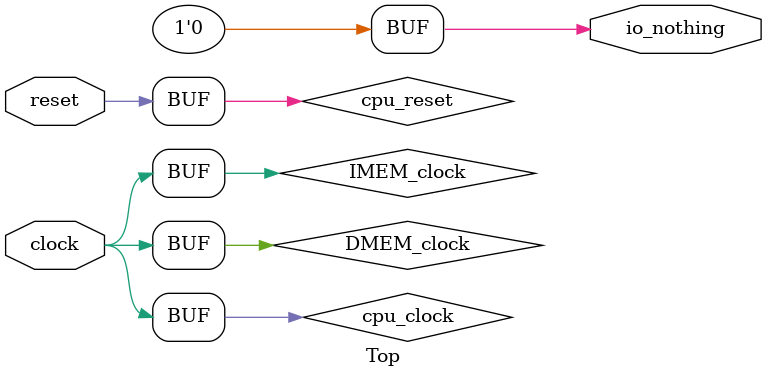
<source format=v>
module Decode(
  input  [31:0] io_instr,
  output        io_branch,
  output [1:0]  io_jump,
  output        io_memRead,
  output        io_memWrite,
  output        io_regWrite,
  output        io_toReg,
  output [1:0]  io_resultSel,
  output        io_aluSrc,
  output        io_pcAdd,
  output [6:0]  io_types,
  output [1:0]  io_aluCtrlOp,
  output [31:0] io_imm
);
  wire [31:0] _signals_T = io_instr & 32'h7f; // @[Lookup.scala 31:38]
  wire  _signals_T_1 = 32'h37 == _signals_T; // @[Lookup.scala 31:38]
  wire  _signals_T_3 = 32'h17 == _signals_T; // @[Lookup.scala 31:38]
  wire  _signals_T_5 = 32'h6f == _signals_T; // @[Lookup.scala 31:38]
  wire  _signals_T_7 = 32'h67 == _signals_T; // @[Lookup.scala 31:38]
  wire  _signals_T_9 = 32'h63 == _signals_T; // @[Lookup.scala 31:38]
  wire  _signals_T_11 = 32'h3 == _signals_T; // @[Lookup.scala 31:38]
  wire  _signals_T_13 = 32'h23 == _signals_T; // @[Lookup.scala 31:38]
  wire  _signals_T_15 = 32'h13 == _signals_T; // @[Lookup.scala 31:38]
  wire  _signals_T_17 = 32'h33 == _signals_T; // @[Lookup.scala 31:38]
  wire  _signals_T_23 = _signals_T_7 ? 1'h0 : _signals_T_9; // @[Lookup.scala 33:37]
  wire  _signals_T_24 = _signals_T_5 ? 1'h0 : _signals_T_23; // @[Lookup.scala 33:37]
  wire  _signals_T_25 = _signals_T_3 ? 1'h0 : _signals_T_24; // @[Lookup.scala 33:37]
  wire [1:0] _signals_T_31 = _signals_T_7 ? 2'h2 : 2'h0; // @[Lookup.scala 33:37]
  wire [1:0] _signals_T_32 = _signals_T_5 ? 2'h1 : _signals_T_31; // @[Lookup.scala 33:37]
  wire [1:0] _signals_T_33 = _signals_T_3 ? 2'h0 : _signals_T_32; // @[Lookup.scala 33:37]
  wire  _signals_T_38 = _signals_T_9 ? 1'h0 : _signals_T_11; // @[Lookup.scala 33:37]
  wire  _signals_T_39 = _signals_T_7 ? 1'h0 : _signals_T_38; // @[Lookup.scala 33:37]
  wire  _signals_T_40 = _signals_T_5 ? 1'h0 : _signals_T_39; // @[Lookup.scala 33:37]
  wire  _signals_T_41 = _signals_T_3 ? 1'h0 : _signals_T_40; // @[Lookup.scala 33:37]
  wire  _signals_T_45 = _signals_T_11 ? 1'h0 : _signals_T_13; // @[Lookup.scala 33:37]
  wire  _signals_T_46 = _signals_T_9 ? 1'h0 : _signals_T_45; // @[Lookup.scala 33:37]
  wire  _signals_T_47 = _signals_T_7 ? 1'h0 : _signals_T_46; // @[Lookup.scala 33:37]
  wire  _signals_T_48 = _signals_T_5 ? 1'h0 : _signals_T_47; // @[Lookup.scala 33:37]
  wire  _signals_T_49 = _signals_T_3 ? 1'h0 : _signals_T_48; // @[Lookup.scala 33:37]
  wire  _signals_T_52 = _signals_T_13 ? 1'h0 : _signals_T_15 | _signals_T_17; // @[Lookup.scala 33:37]
  wire  _signals_T_54 = _signals_T_9 ? 1'h0 : _signals_T_11 | _signals_T_52; // @[Lookup.scala 33:37]
  wire [1:0] _signals_T_72 = _signals_T_5 ? 2'h2 : _signals_T_31; // @[Lookup.scala 33:37]
  wire [1:0] _signals_T_73 = _signals_T_3 ? 2'h0 : _signals_T_72; // @[Lookup.scala 33:37]
  wire  _signals_T_78 = _signals_T_9 ? 1'h0 : _signals_T_11 | (_signals_T_13 | _signals_T_15); // @[Lookup.scala 33:37]
  wire  _signals_T_80 = _signals_T_5 ? 1'h0 : _signals_T_7 | _signals_T_78; // @[Lookup.scala 33:37]
  wire [6:0] _signals_T_90 = _signals_T_17 ? 7'h40 : 7'h0; // @[Lookup.scala 33:37]
  wire [6:0] _signals_T_91 = _signals_T_15 ? 7'h20 : _signals_T_90; // @[Lookup.scala 33:37]
  wire [6:0] _signals_T_92 = _signals_T_13 ? 7'h20 : _signals_T_91; // @[Lookup.scala 33:37]
  wire [6:0] _signals_T_93 = _signals_T_11 ? 7'h20 : _signals_T_92; // @[Lookup.scala 33:37]
  wire [6:0] _signals_T_94 = _signals_T_9 ? 7'h8 : _signals_T_93; // @[Lookup.scala 33:37]
  wire [6:0] _signals_T_95 = _signals_T_7 ? 7'h20 : _signals_T_94; // @[Lookup.scala 33:37]
  wire [6:0] _signals_T_96 = _signals_T_5 ? 7'h2 : _signals_T_95; // @[Lookup.scala 33:37]
  wire [6:0] _signals_T_97 = _signals_T_3 ? 7'h4 : _signals_T_96; // @[Lookup.scala 33:37]
  wire [1:0] _signals_T_98 = _signals_T_17 ? 2'h2 : 2'h0; // @[Lookup.scala 33:37]
  wire [1:0] _signals_T_99 = _signals_T_15 ? 2'h2 : _signals_T_98; // @[Lookup.scala 33:37]
  wire [1:0] _signals_T_100 = _signals_T_13 ? 2'h0 : _signals_T_99; // @[Lookup.scala 33:37]
  wire [1:0] _signals_T_101 = _signals_T_11 ? 2'h0 : _signals_T_100; // @[Lookup.scala 33:37]
  wire [1:0] _signals_T_102 = _signals_T_9 ? 2'h1 : _signals_T_101; // @[Lookup.scala 33:37]
  wire [1:0] _signals_T_103 = _signals_T_7 ? 2'h0 : _signals_T_102; // @[Lookup.scala 33:37]
  wire [1:0] _signals_T_104 = _signals_T_5 ? 2'h0 : _signals_T_103; // @[Lookup.scala 33:37]
  wire [1:0] _signals_T_105 = _signals_T_3 ? 2'h0 : _signals_T_104; // @[Lookup.scala 33:37]
  wire [11:0] _io_imm_T_4 = io_instr[31:20]; // @[Decode.scala 71:58]
  wire [19:0] io_imm_hi_hi = io_instr[31] ? 20'hfffff : 20'h0; // @[Bitwise.scala 72:12]
  wire [6:0] io_imm_hi_lo = io_instr[31:25]; // @[Decode.scala 72:70]
  wire [4:0] io_imm_lo = io_instr[11:7]; // @[Decode.scala 72:88]
  wire [31:0] _io_imm_T_8 = {io_imm_hi_hi,io_imm_hi_lo,io_imm_lo}; // @[Cat.scala 30:58]
  wire [18:0] io_imm_hi_hi_hi = io_instr[31] ? 19'h7ffff : 19'h0; // @[Bitwise.scala 72:12]
  wire  io_imm_hi_lo_1 = io_instr[7]; // @[Decode.scala 73:84]
  wire [5:0] io_imm_lo_hi = io_instr[30:25]; // @[Decode.scala 73:97]
  wire [3:0] io_imm_lo_lo = io_instr[11:8]; // @[Decode.scala 73:115]
  wire [30:0] _io_imm_T_12 = {io_imm_hi_hi_hi,io_instr[31],io_imm_hi_lo_1,io_imm_lo_hi,io_imm_lo_lo}; // @[Cat.scala 30:58]
  wire [19:0] io_imm_hi_2 = io_instr[31:12]; // @[Decode.scala 74:46]
  wire [31:0] _io_imm_T_14 = {io_imm_hi_2,12'h0}; // @[Cat.scala 30:58]
  wire [10:0] io_imm_hi_hi_hi_1 = io_instr[31] ? 11'h7ff : 11'h0; // @[Bitwise.scala 72:12]
  wire [7:0] io_imm_hi_lo_2 = io_instr[19:12]; // @[Decode.scala 75:84]
  wire  io_imm_lo_hi_1 = io_instr[20]; // @[Decode.scala 75:102]
  wire [9:0] io_imm_lo_lo_1 = io_instr[30:21]; // @[Decode.scala 75:116]
  wire [30:0] _io_imm_T_18 = {io_imm_hi_hi_hi_1,io_instr[31],io_imm_hi_lo_2,io_imm_lo_hi_1,io_imm_lo_lo_1}; // @[Cat.scala 30:58]
  wire [5:0] _io_imm_T_22 = {1'b0,$signed(io_instr[19:15])}; // @[Decode.scala 76:56]
  wire [5:0] _io_imm_T_23 = io_types[6] ? 6'h20 : 6'h0; // @[Mux.scala 27:72]
  wire [11:0] _io_imm_T_24 = io_types[5] ? _io_imm_T_4 : 12'h0; // @[Mux.scala 27:72]
  wire [31:0] _io_imm_T_25 = io_types[4] ? _io_imm_T_8 : 32'h0; // @[Mux.scala 27:72]
  wire [30:0] _io_imm_T_26 = io_types[3] ? _io_imm_T_12 : 31'h0; // @[Mux.scala 27:72]
  wire [31:0] _io_imm_T_27 = io_types[2] ? _io_imm_T_14 : 32'h0; // @[Mux.scala 27:72]
  wire [30:0] _io_imm_T_28 = io_types[1] ? _io_imm_T_18 : 31'h0; // @[Mux.scala 27:72]
  wire [5:0] _io_imm_T_29 = io_types[0] ? _io_imm_T_22 : 6'h0; // @[Mux.scala 27:72]
  wire [11:0] _GEN_0 = {{6'd0}, _io_imm_T_23}; // @[Mux.scala 27:72]
  wire [11:0] _io_imm_T_30 = _GEN_0 | _io_imm_T_24; // @[Mux.scala 27:72]
  wire [31:0] _GEN_1 = {{20'd0}, _io_imm_T_30}; // @[Mux.scala 27:72]
  wire [31:0] _io_imm_T_31 = _GEN_1 | _io_imm_T_25; // @[Mux.scala 27:72]
  wire [31:0] _GEN_2 = {{1'd0}, _io_imm_T_26}; // @[Mux.scala 27:72]
  wire [31:0] _io_imm_T_32 = _io_imm_T_31 | _GEN_2; // @[Mux.scala 27:72]
  wire [31:0] _io_imm_T_33 = _io_imm_T_32 | _io_imm_T_27; // @[Mux.scala 27:72]
  wire [31:0] _GEN_3 = {{1'd0}, _io_imm_T_28}; // @[Mux.scala 27:72]
  wire [31:0] _io_imm_T_34 = _io_imm_T_33 | _GEN_3; // @[Mux.scala 27:72]
  wire [31:0] _GEN_4 = {{26'd0}, _io_imm_T_29}; // @[Mux.scala 27:72]
  assign io_branch = _signals_T_1 ? 1'h0 : _signals_T_25; // @[Lookup.scala 33:37]
  assign io_jump = _signals_T_1 ? 2'h0 : _signals_T_33; // @[Lookup.scala 33:37]
  assign io_memRead = _signals_T_1 ? 1'h0 : _signals_T_41; // @[Lookup.scala 33:37]
  assign io_memWrite = _signals_T_1 ? 1'h0 : _signals_T_49; // @[Lookup.scala 33:37]
  assign io_regWrite = _signals_T_1 | (_signals_T_3 | (_signals_T_5 | (_signals_T_7 | _signals_T_54))); // @[Lookup.scala 33:37]
  assign io_toReg = _signals_T_1 ? 1'h0 : _signals_T_41; // @[Lookup.scala 33:37]
  assign io_resultSel = _signals_T_1 ? 2'h1 : _signals_T_73; // @[Lookup.scala 33:37]
  assign io_aluSrc = _signals_T_1 ? 1'h0 : _signals_T_3 | _signals_T_80; // @[Lookup.scala 33:37]
  assign io_pcAdd = _signals_T_1 ? 1'h0 : _signals_T_3; // @[Lookup.scala 33:37]
  assign io_types = _signals_T_1 ? 7'h4 : _signals_T_97; // @[Lookup.scala 33:37]
  assign io_aluCtrlOp = _signals_T_1 ? 2'h0 : _signals_T_105; // @[Lookup.scala 33:37]
  assign io_imm = _io_imm_T_34 | _GEN_4; // @[Mux.scala 27:72]
endmodule
module RegFile(
  input         clock,
  input         reset,
  input  [4:0]  io_regRAddr1,
  input  [4:0]  io_regRAddr2,
  input  [4:0]  io_regWAddr,
  input  [31:0] io_regWData,
  input         io_wen,
  output [31:0] io_regRData1,
  output [31:0] io_regRData2
);
`ifdef RANDOMIZE_REG_INIT
  reg [31:0] _RAND_0;
  reg [31:0] _RAND_1;
  reg [31:0] _RAND_2;
  reg [31:0] _RAND_3;
  reg [31:0] _RAND_4;
  reg [31:0] _RAND_5;
  reg [31:0] _RAND_6;
  reg [31:0] _RAND_7;
  reg [31:0] _RAND_8;
  reg [31:0] _RAND_9;
  reg [31:0] _RAND_10;
  reg [31:0] _RAND_11;
  reg [31:0] _RAND_12;
  reg [31:0] _RAND_13;
  reg [31:0] _RAND_14;
  reg [31:0] _RAND_15;
  reg [31:0] _RAND_16;
  reg [31:0] _RAND_17;
  reg [31:0] _RAND_18;
  reg [31:0] _RAND_19;
  reg [31:0] _RAND_20;
  reg [31:0] _RAND_21;
  reg [31:0] _RAND_22;
  reg [31:0] _RAND_23;
  reg [31:0] _RAND_24;
  reg [31:0] _RAND_25;
  reg [31:0] _RAND_26;
  reg [31:0] _RAND_27;
  reg [31:0] _RAND_28;
  reg [31:0] _RAND_29;
  reg [31:0] _RAND_30;
`endif // RANDOMIZE_REG_INIT
  reg [31:0] regs_0; // @[RegFile.scala 19:23]
  reg [31:0] regs_1; // @[RegFile.scala 19:23]
  reg [31:0] regs_2; // @[RegFile.scala 19:23]
  reg [31:0] regs_3; // @[RegFile.scala 19:23]
  reg [31:0] regs_4; // @[RegFile.scala 19:23]
  reg [31:0] regs_5; // @[RegFile.scala 19:23]
  reg [31:0] regs_6; // @[RegFile.scala 19:23]
  reg [31:0] regs_7; // @[RegFile.scala 19:23]
  reg [31:0] regs_8; // @[RegFile.scala 19:23]
  reg [31:0] regs_9; // @[RegFile.scala 19:23]
  reg [31:0] regs_10; // @[RegFile.scala 19:23]
  reg [31:0] regs_11; // @[RegFile.scala 19:23]
  reg [31:0] regs_12; // @[RegFile.scala 19:23]
  reg [31:0] regs_13; // @[RegFile.scala 19:23]
  reg [31:0] regs_14; // @[RegFile.scala 19:23]
  reg [31:0] regs_15; // @[RegFile.scala 19:23]
  reg [31:0] regs_16; // @[RegFile.scala 19:23]
  reg [31:0] regs_17; // @[RegFile.scala 19:23]
  reg [31:0] regs_18; // @[RegFile.scala 19:23]
  reg [31:0] regs_19; // @[RegFile.scala 19:23]
  reg [31:0] regs_20; // @[RegFile.scala 19:23]
  reg [31:0] regs_21; // @[RegFile.scala 19:23]
  reg [31:0] regs_22; // @[RegFile.scala 19:23]
  reg [31:0] regs_23; // @[RegFile.scala 19:23]
  reg [31:0] regs_24; // @[RegFile.scala 19:23]
  reg [31:0] regs_25; // @[RegFile.scala 19:23]
  reg [31:0] regs_26; // @[RegFile.scala 19:23]
  reg [31:0] regs_27; // @[RegFile.scala 19:23]
  reg [31:0] regs_28; // @[RegFile.scala 19:23]
  reg [31:0] regs_29; // @[RegFile.scala 19:23]
  reg [31:0] regs_30; // @[RegFile.scala 19:23]
  wire [31:0] _GEN_1 = 5'h1 == io_regRAddr1 ? regs_1 : regs_0; // @[RegFile.scala 21:24 RegFile.scala 21:24]
  wire [31:0] _GEN_2 = 5'h2 == io_regRAddr1 ? regs_2 : _GEN_1; // @[RegFile.scala 21:24 RegFile.scala 21:24]
  wire [31:0] _GEN_3 = 5'h3 == io_regRAddr1 ? regs_3 : _GEN_2; // @[RegFile.scala 21:24 RegFile.scala 21:24]
  wire [31:0] _GEN_4 = 5'h4 == io_regRAddr1 ? regs_4 : _GEN_3; // @[RegFile.scala 21:24 RegFile.scala 21:24]
  wire [31:0] _GEN_5 = 5'h5 == io_regRAddr1 ? regs_5 : _GEN_4; // @[RegFile.scala 21:24 RegFile.scala 21:24]
  wire [31:0] _GEN_6 = 5'h6 == io_regRAddr1 ? regs_6 : _GEN_5; // @[RegFile.scala 21:24 RegFile.scala 21:24]
  wire [31:0] _GEN_7 = 5'h7 == io_regRAddr1 ? regs_7 : _GEN_6; // @[RegFile.scala 21:24 RegFile.scala 21:24]
  wire [31:0] _GEN_8 = 5'h8 == io_regRAddr1 ? regs_8 : _GEN_7; // @[RegFile.scala 21:24 RegFile.scala 21:24]
  wire [31:0] _GEN_9 = 5'h9 == io_regRAddr1 ? regs_9 : _GEN_8; // @[RegFile.scala 21:24 RegFile.scala 21:24]
  wire [31:0] _GEN_10 = 5'ha == io_regRAddr1 ? regs_10 : _GEN_9; // @[RegFile.scala 21:24 RegFile.scala 21:24]
  wire [31:0] _GEN_11 = 5'hb == io_regRAddr1 ? regs_11 : _GEN_10; // @[RegFile.scala 21:24 RegFile.scala 21:24]
  wire [31:0] _GEN_12 = 5'hc == io_regRAddr1 ? regs_12 : _GEN_11; // @[RegFile.scala 21:24 RegFile.scala 21:24]
  wire [31:0] _GEN_13 = 5'hd == io_regRAddr1 ? regs_13 : _GEN_12; // @[RegFile.scala 21:24 RegFile.scala 21:24]
  wire [31:0] _GEN_14 = 5'he == io_regRAddr1 ? regs_14 : _GEN_13; // @[RegFile.scala 21:24 RegFile.scala 21:24]
  wire [31:0] _GEN_15 = 5'hf == io_regRAddr1 ? regs_15 : _GEN_14; // @[RegFile.scala 21:24 RegFile.scala 21:24]
  wire [31:0] _GEN_16 = 5'h10 == io_regRAddr1 ? regs_16 : _GEN_15; // @[RegFile.scala 21:24 RegFile.scala 21:24]
  wire [31:0] _GEN_17 = 5'h11 == io_regRAddr1 ? regs_17 : _GEN_16; // @[RegFile.scala 21:24 RegFile.scala 21:24]
  wire [31:0] _GEN_18 = 5'h12 == io_regRAddr1 ? regs_18 : _GEN_17; // @[RegFile.scala 21:24 RegFile.scala 21:24]
  wire [31:0] _GEN_19 = 5'h13 == io_regRAddr1 ? regs_19 : _GEN_18; // @[RegFile.scala 21:24 RegFile.scala 21:24]
  wire [31:0] _GEN_20 = 5'h14 == io_regRAddr1 ? regs_20 : _GEN_19; // @[RegFile.scala 21:24 RegFile.scala 21:24]
  wire [31:0] _GEN_21 = 5'h15 == io_regRAddr1 ? regs_21 : _GEN_20; // @[RegFile.scala 21:24 RegFile.scala 21:24]
  wire [31:0] _GEN_22 = 5'h16 == io_regRAddr1 ? regs_22 : _GEN_21; // @[RegFile.scala 21:24 RegFile.scala 21:24]
  wire [31:0] _GEN_23 = 5'h17 == io_regRAddr1 ? regs_23 : _GEN_22; // @[RegFile.scala 21:24 RegFile.scala 21:24]
  wire [31:0] _GEN_24 = 5'h18 == io_regRAddr1 ? regs_24 : _GEN_23; // @[RegFile.scala 21:24 RegFile.scala 21:24]
  wire [31:0] _GEN_25 = 5'h19 == io_regRAddr1 ? regs_25 : _GEN_24; // @[RegFile.scala 21:24 RegFile.scala 21:24]
  wire [31:0] _GEN_26 = 5'h1a == io_regRAddr1 ? regs_26 : _GEN_25; // @[RegFile.scala 21:24 RegFile.scala 21:24]
  wire [31:0] _GEN_27 = 5'h1b == io_regRAddr1 ? regs_27 : _GEN_26; // @[RegFile.scala 21:24 RegFile.scala 21:24]
  wire [31:0] _GEN_28 = 5'h1c == io_regRAddr1 ? regs_28 : _GEN_27; // @[RegFile.scala 21:24 RegFile.scala 21:24]
  wire [31:0] _GEN_29 = 5'h1d == io_regRAddr1 ? regs_29 : _GEN_28; // @[RegFile.scala 21:24 RegFile.scala 21:24]
  wire [31:0] _GEN_30 = 5'h1e == io_regRAddr1 ? regs_30 : _GEN_29; // @[RegFile.scala 21:24 RegFile.scala 21:24]
  wire [31:0] _GEN_32 = 5'h1 == io_regRAddr2 ? regs_1 : regs_0; // @[RegFile.scala 22:24 RegFile.scala 22:24]
  wire [31:0] _GEN_33 = 5'h2 == io_regRAddr2 ? regs_2 : _GEN_32; // @[RegFile.scala 22:24 RegFile.scala 22:24]
  wire [31:0] _GEN_34 = 5'h3 == io_regRAddr2 ? regs_3 : _GEN_33; // @[RegFile.scala 22:24 RegFile.scala 22:24]
  wire [31:0] _GEN_35 = 5'h4 == io_regRAddr2 ? regs_4 : _GEN_34; // @[RegFile.scala 22:24 RegFile.scala 22:24]
  wire [31:0] _GEN_36 = 5'h5 == io_regRAddr2 ? regs_5 : _GEN_35; // @[RegFile.scala 22:24 RegFile.scala 22:24]
  wire [31:0] _GEN_37 = 5'h6 == io_regRAddr2 ? regs_6 : _GEN_36; // @[RegFile.scala 22:24 RegFile.scala 22:24]
  wire [31:0] _GEN_38 = 5'h7 == io_regRAddr2 ? regs_7 : _GEN_37; // @[RegFile.scala 22:24 RegFile.scala 22:24]
  wire [31:0] _GEN_39 = 5'h8 == io_regRAddr2 ? regs_8 : _GEN_38; // @[RegFile.scala 22:24 RegFile.scala 22:24]
  wire [31:0] _GEN_40 = 5'h9 == io_regRAddr2 ? regs_9 : _GEN_39; // @[RegFile.scala 22:24 RegFile.scala 22:24]
  wire [31:0] _GEN_41 = 5'ha == io_regRAddr2 ? regs_10 : _GEN_40; // @[RegFile.scala 22:24 RegFile.scala 22:24]
  wire [31:0] _GEN_42 = 5'hb == io_regRAddr2 ? regs_11 : _GEN_41; // @[RegFile.scala 22:24 RegFile.scala 22:24]
  wire [31:0] _GEN_43 = 5'hc == io_regRAddr2 ? regs_12 : _GEN_42; // @[RegFile.scala 22:24 RegFile.scala 22:24]
  wire [31:0] _GEN_44 = 5'hd == io_regRAddr2 ? regs_13 : _GEN_43; // @[RegFile.scala 22:24 RegFile.scala 22:24]
  wire [31:0] _GEN_45 = 5'he == io_regRAddr2 ? regs_14 : _GEN_44; // @[RegFile.scala 22:24 RegFile.scala 22:24]
  wire [31:0] _GEN_46 = 5'hf == io_regRAddr2 ? regs_15 : _GEN_45; // @[RegFile.scala 22:24 RegFile.scala 22:24]
  wire [31:0] _GEN_47 = 5'h10 == io_regRAddr2 ? regs_16 : _GEN_46; // @[RegFile.scala 22:24 RegFile.scala 22:24]
  wire [31:0] _GEN_48 = 5'h11 == io_regRAddr2 ? regs_17 : _GEN_47; // @[RegFile.scala 22:24 RegFile.scala 22:24]
  wire [31:0] _GEN_49 = 5'h12 == io_regRAddr2 ? regs_18 : _GEN_48; // @[RegFile.scala 22:24 RegFile.scala 22:24]
  wire [31:0] _GEN_50 = 5'h13 == io_regRAddr2 ? regs_19 : _GEN_49; // @[RegFile.scala 22:24 RegFile.scala 22:24]
  wire [31:0] _GEN_51 = 5'h14 == io_regRAddr2 ? regs_20 : _GEN_50; // @[RegFile.scala 22:24 RegFile.scala 22:24]
  wire [31:0] _GEN_52 = 5'h15 == io_regRAddr2 ? regs_21 : _GEN_51; // @[RegFile.scala 22:24 RegFile.scala 22:24]
  wire [31:0] _GEN_53 = 5'h16 == io_regRAddr2 ? regs_22 : _GEN_52; // @[RegFile.scala 22:24 RegFile.scala 22:24]
  wire [31:0] _GEN_54 = 5'h17 == io_regRAddr2 ? regs_23 : _GEN_53; // @[RegFile.scala 22:24 RegFile.scala 22:24]
  wire [31:0] _GEN_55 = 5'h18 == io_regRAddr2 ? regs_24 : _GEN_54; // @[RegFile.scala 22:24 RegFile.scala 22:24]
  wire [31:0] _GEN_56 = 5'h19 == io_regRAddr2 ? regs_25 : _GEN_55; // @[RegFile.scala 22:24 RegFile.scala 22:24]
  wire [31:0] _GEN_57 = 5'h1a == io_regRAddr2 ? regs_26 : _GEN_56; // @[RegFile.scala 22:24 RegFile.scala 22:24]
  wire [31:0] _GEN_58 = 5'h1b == io_regRAddr2 ? regs_27 : _GEN_57; // @[RegFile.scala 22:24 RegFile.scala 22:24]
  wire [31:0] _GEN_59 = 5'h1c == io_regRAddr2 ? regs_28 : _GEN_58; // @[RegFile.scala 22:24 RegFile.scala 22:24]
  wire [31:0] _GEN_60 = 5'h1d == io_regRAddr2 ? regs_29 : _GEN_59; // @[RegFile.scala 22:24 RegFile.scala 22:24]
  wire [31:0] _GEN_61 = 5'h1e == io_regRAddr2 ? regs_30 : _GEN_60; // @[RegFile.scala 22:24 RegFile.scala 22:24]
  assign io_regRData1 = |io_regRAddr1 ? _GEN_30 : 32'h0; // @[RegFile.scala 21:24]
  assign io_regRData2 = |io_regRAddr2 ? _GEN_61 : 32'h0; // @[RegFile.scala 22:24]
  always @(posedge clock) begin
    if (reset) begin // @[RegFile.scala 19:23]
      regs_0 <= 32'h0; // @[RegFile.scala 19:23]
    end else if (io_wen) begin // @[RegFile.scala 23:17]
      if (|io_regWAddr) begin // @[RegFile.scala 24:30]
        if (5'h0 == io_regWAddr) begin // @[RegFile.scala 25:31]
          regs_0 <= io_regWData; // @[RegFile.scala 25:31]
        end
      end
    end
    if (reset) begin // @[RegFile.scala 19:23]
      regs_1 <= 32'h0; // @[RegFile.scala 19:23]
    end else if (io_wen) begin // @[RegFile.scala 23:17]
      if (|io_regWAddr) begin // @[RegFile.scala 24:30]
        if (5'h1 == io_regWAddr) begin // @[RegFile.scala 25:31]
          regs_1 <= io_regWData; // @[RegFile.scala 25:31]
        end
      end
    end
    if (reset) begin // @[RegFile.scala 19:23]
      regs_2 <= 32'h0; // @[RegFile.scala 19:23]
    end else if (io_wen) begin // @[RegFile.scala 23:17]
      if (|io_regWAddr) begin // @[RegFile.scala 24:30]
        if (5'h2 == io_regWAddr) begin // @[RegFile.scala 25:31]
          regs_2 <= io_regWData; // @[RegFile.scala 25:31]
        end
      end
    end
    if (reset) begin // @[RegFile.scala 19:23]
      regs_3 <= 32'h0; // @[RegFile.scala 19:23]
    end else if (io_wen) begin // @[RegFile.scala 23:17]
      if (|io_regWAddr) begin // @[RegFile.scala 24:30]
        if (5'h3 == io_regWAddr) begin // @[RegFile.scala 25:31]
          regs_3 <= io_regWData; // @[RegFile.scala 25:31]
        end
      end
    end
    if (reset) begin // @[RegFile.scala 19:23]
      regs_4 <= 32'h0; // @[RegFile.scala 19:23]
    end else if (io_wen) begin // @[RegFile.scala 23:17]
      if (|io_regWAddr) begin // @[RegFile.scala 24:30]
        if (5'h4 == io_regWAddr) begin // @[RegFile.scala 25:31]
          regs_4 <= io_regWData; // @[RegFile.scala 25:31]
        end
      end
    end
    if (reset) begin // @[RegFile.scala 19:23]
      regs_5 <= 32'h0; // @[RegFile.scala 19:23]
    end else if (io_wen) begin // @[RegFile.scala 23:17]
      if (|io_regWAddr) begin // @[RegFile.scala 24:30]
        if (5'h5 == io_regWAddr) begin // @[RegFile.scala 25:31]
          regs_5 <= io_regWData; // @[RegFile.scala 25:31]
        end
      end
    end
    if (reset) begin // @[RegFile.scala 19:23]
      regs_6 <= 32'h0; // @[RegFile.scala 19:23]
    end else if (io_wen) begin // @[RegFile.scala 23:17]
      if (|io_regWAddr) begin // @[RegFile.scala 24:30]
        if (5'h6 == io_regWAddr) begin // @[RegFile.scala 25:31]
          regs_6 <= io_regWData; // @[RegFile.scala 25:31]
        end
      end
    end
    if (reset) begin // @[RegFile.scala 19:23]
      regs_7 <= 32'h0; // @[RegFile.scala 19:23]
    end else if (io_wen) begin // @[RegFile.scala 23:17]
      if (|io_regWAddr) begin // @[RegFile.scala 24:30]
        if (5'h7 == io_regWAddr) begin // @[RegFile.scala 25:31]
          regs_7 <= io_regWData; // @[RegFile.scala 25:31]
        end
      end
    end
    if (reset) begin // @[RegFile.scala 19:23]
      regs_8 <= 32'h0; // @[RegFile.scala 19:23]
    end else if (io_wen) begin // @[RegFile.scala 23:17]
      if (|io_regWAddr) begin // @[RegFile.scala 24:30]
        if (5'h8 == io_regWAddr) begin // @[RegFile.scala 25:31]
          regs_8 <= io_regWData; // @[RegFile.scala 25:31]
        end
      end
    end
    if (reset) begin // @[RegFile.scala 19:23]
      regs_9 <= 32'h0; // @[RegFile.scala 19:23]
    end else if (io_wen) begin // @[RegFile.scala 23:17]
      if (|io_regWAddr) begin // @[RegFile.scala 24:30]
        if (5'h9 == io_regWAddr) begin // @[RegFile.scala 25:31]
          regs_9 <= io_regWData; // @[RegFile.scala 25:31]
        end
      end
    end
    if (reset) begin // @[RegFile.scala 19:23]
      regs_10 <= 32'h0; // @[RegFile.scala 19:23]
    end else if (io_wen) begin // @[RegFile.scala 23:17]
      if (|io_regWAddr) begin // @[RegFile.scala 24:30]
        if (5'ha == io_regWAddr) begin // @[RegFile.scala 25:31]
          regs_10 <= io_regWData; // @[RegFile.scala 25:31]
        end
      end
    end
    if (reset) begin // @[RegFile.scala 19:23]
      regs_11 <= 32'h0; // @[RegFile.scala 19:23]
    end else if (io_wen) begin // @[RegFile.scala 23:17]
      if (|io_regWAddr) begin // @[RegFile.scala 24:30]
        if (5'hb == io_regWAddr) begin // @[RegFile.scala 25:31]
          regs_11 <= io_regWData; // @[RegFile.scala 25:31]
        end
      end
    end
    if (reset) begin // @[RegFile.scala 19:23]
      regs_12 <= 32'h0; // @[RegFile.scala 19:23]
    end else if (io_wen) begin // @[RegFile.scala 23:17]
      if (|io_regWAddr) begin // @[RegFile.scala 24:30]
        if (5'hc == io_regWAddr) begin // @[RegFile.scala 25:31]
          regs_12 <= io_regWData; // @[RegFile.scala 25:31]
        end
      end
    end
    if (reset) begin // @[RegFile.scala 19:23]
      regs_13 <= 32'h0; // @[RegFile.scala 19:23]
    end else if (io_wen) begin // @[RegFile.scala 23:17]
      if (|io_regWAddr) begin // @[RegFile.scala 24:30]
        if (5'hd == io_regWAddr) begin // @[RegFile.scala 25:31]
          regs_13 <= io_regWData; // @[RegFile.scala 25:31]
        end
      end
    end
    if (reset) begin // @[RegFile.scala 19:23]
      regs_14 <= 32'h0; // @[RegFile.scala 19:23]
    end else if (io_wen) begin // @[RegFile.scala 23:17]
      if (|io_regWAddr) begin // @[RegFile.scala 24:30]
        if (5'he == io_regWAddr) begin // @[RegFile.scala 25:31]
          regs_14 <= io_regWData; // @[RegFile.scala 25:31]
        end
      end
    end
    if (reset) begin // @[RegFile.scala 19:23]
      regs_15 <= 32'h0; // @[RegFile.scala 19:23]
    end else if (io_wen) begin // @[RegFile.scala 23:17]
      if (|io_regWAddr) begin // @[RegFile.scala 24:30]
        if (5'hf == io_regWAddr) begin // @[RegFile.scala 25:31]
          regs_15 <= io_regWData; // @[RegFile.scala 25:31]
        end
      end
    end
    if (reset) begin // @[RegFile.scala 19:23]
      regs_16 <= 32'h0; // @[RegFile.scala 19:23]
    end else if (io_wen) begin // @[RegFile.scala 23:17]
      if (|io_regWAddr) begin // @[RegFile.scala 24:30]
        if (5'h10 == io_regWAddr) begin // @[RegFile.scala 25:31]
          regs_16 <= io_regWData; // @[RegFile.scala 25:31]
        end
      end
    end
    if (reset) begin // @[RegFile.scala 19:23]
      regs_17 <= 32'h0; // @[RegFile.scala 19:23]
    end else if (io_wen) begin // @[RegFile.scala 23:17]
      if (|io_regWAddr) begin // @[RegFile.scala 24:30]
        if (5'h11 == io_regWAddr) begin // @[RegFile.scala 25:31]
          regs_17 <= io_regWData; // @[RegFile.scala 25:31]
        end
      end
    end
    if (reset) begin // @[RegFile.scala 19:23]
      regs_18 <= 32'h0; // @[RegFile.scala 19:23]
    end else if (io_wen) begin // @[RegFile.scala 23:17]
      if (|io_regWAddr) begin // @[RegFile.scala 24:30]
        if (5'h12 == io_regWAddr) begin // @[RegFile.scala 25:31]
          regs_18 <= io_regWData; // @[RegFile.scala 25:31]
        end
      end
    end
    if (reset) begin // @[RegFile.scala 19:23]
      regs_19 <= 32'h0; // @[RegFile.scala 19:23]
    end else if (io_wen) begin // @[RegFile.scala 23:17]
      if (|io_regWAddr) begin // @[RegFile.scala 24:30]
        if (5'h13 == io_regWAddr) begin // @[RegFile.scala 25:31]
          regs_19 <= io_regWData; // @[RegFile.scala 25:31]
        end
      end
    end
    if (reset) begin // @[RegFile.scala 19:23]
      regs_20 <= 32'h0; // @[RegFile.scala 19:23]
    end else if (io_wen) begin // @[RegFile.scala 23:17]
      if (|io_regWAddr) begin // @[RegFile.scala 24:30]
        if (5'h14 == io_regWAddr) begin // @[RegFile.scala 25:31]
          regs_20 <= io_regWData; // @[RegFile.scala 25:31]
        end
      end
    end
    if (reset) begin // @[RegFile.scala 19:23]
      regs_21 <= 32'h0; // @[RegFile.scala 19:23]
    end else if (io_wen) begin // @[RegFile.scala 23:17]
      if (|io_regWAddr) begin // @[RegFile.scala 24:30]
        if (5'h15 == io_regWAddr) begin // @[RegFile.scala 25:31]
          regs_21 <= io_regWData; // @[RegFile.scala 25:31]
        end
      end
    end
    if (reset) begin // @[RegFile.scala 19:23]
      regs_22 <= 32'h0; // @[RegFile.scala 19:23]
    end else if (io_wen) begin // @[RegFile.scala 23:17]
      if (|io_regWAddr) begin // @[RegFile.scala 24:30]
        if (5'h16 == io_regWAddr) begin // @[RegFile.scala 25:31]
          regs_22 <= io_regWData; // @[RegFile.scala 25:31]
        end
      end
    end
    if (reset) begin // @[RegFile.scala 19:23]
      regs_23 <= 32'h0; // @[RegFile.scala 19:23]
    end else if (io_wen) begin // @[RegFile.scala 23:17]
      if (|io_regWAddr) begin // @[RegFile.scala 24:30]
        if (5'h17 == io_regWAddr) begin // @[RegFile.scala 25:31]
          regs_23 <= io_regWData; // @[RegFile.scala 25:31]
        end
      end
    end
    if (reset) begin // @[RegFile.scala 19:23]
      regs_24 <= 32'h0; // @[RegFile.scala 19:23]
    end else if (io_wen) begin // @[RegFile.scala 23:17]
      if (|io_regWAddr) begin // @[RegFile.scala 24:30]
        if (5'h18 == io_regWAddr) begin // @[RegFile.scala 25:31]
          regs_24 <= io_regWData; // @[RegFile.scala 25:31]
        end
      end
    end
    if (reset) begin // @[RegFile.scala 19:23]
      regs_25 <= 32'h0; // @[RegFile.scala 19:23]
    end else if (io_wen) begin // @[RegFile.scala 23:17]
      if (|io_regWAddr) begin // @[RegFile.scala 24:30]
        if (5'h19 == io_regWAddr) begin // @[RegFile.scala 25:31]
          regs_25 <= io_regWData; // @[RegFile.scala 25:31]
        end
      end
    end
    if (reset) begin // @[RegFile.scala 19:23]
      regs_26 <= 32'h0; // @[RegFile.scala 19:23]
    end else if (io_wen) begin // @[RegFile.scala 23:17]
      if (|io_regWAddr) begin // @[RegFile.scala 24:30]
        if (5'h1a == io_regWAddr) begin // @[RegFile.scala 25:31]
          regs_26 <= io_regWData; // @[RegFile.scala 25:31]
        end
      end
    end
    if (reset) begin // @[RegFile.scala 19:23]
      regs_27 <= 32'h0; // @[RegFile.scala 19:23]
    end else if (io_wen) begin // @[RegFile.scala 23:17]
      if (|io_regWAddr) begin // @[RegFile.scala 24:30]
        if (5'h1b == io_regWAddr) begin // @[RegFile.scala 25:31]
          regs_27 <= io_regWData; // @[RegFile.scala 25:31]
        end
      end
    end
    if (reset) begin // @[RegFile.scala 19:23]
      regs_28 <= 32'h0; // @[RegFile.scala 19:23]
    end else if (io_wen) begin // @[RegFile.scala 23:17]
      if (|io_regWAddr) begin // @[RegFile.scala 24:30]
        if (5'h1c == io_regWAddr) begin // @[RegFile.scala 25:31]
          regs_28 <= io_regWData; // @[RegFile.scala 25:31]
        end
      end
    end
    if (reset) begin // @[RegFile.scala 19:23]
      regs_29 <= 32'h0; // @[RegFile.scala 19:23]
    end else if (io_wen) begin // @[RegFile.scala 23:17]
      if (|io_regWAddr) begin // @[RegFile.scala 24:30]
        if (5'h1d == io_regWAddr) begin // @[RegFile.scala 25:31]
          regs_29 <= io_regWData; // @[RegFile.scala 25:31]
        end
      end
    end
    if (reset) begin // @[RegFile.scala 19:23]
      regs_30 <= 32'h0; // @[RegFile.scala 19:23]
    end else if (io_wen) begin // @[RegFile.scala 23:17]
      if (|io_regWAddr) begin // @[RegFile.scala 24:30]
        if (5'h1e == io_regWAddr) begin // @[RegFile.scala 25:31]
          regs_30 <= io_regWData; // @[RegFile.scala 25:31]
        end
      end
    end
  end
// Register and memory initialization
`ifdef RANDOMIZE_GARBAGE_ASSIGN
`define RANDOMIZE
`endif
`ifdef RANDOMIZE_INVALID_ASSIGN
`define RANDOMIZE
`endif
`ifdef RANDOMIZE_REG_INIT
`define RANDOMIZE
`endif
`ifdef RANDOMIZE_MEM_INIT
`define RANDOMIZE
`endif
`ifndef RANDOM
`define RANDOM $random
`endif
`ifdef RANDOMIZE_MEM_INIT
  integer initvar;
`endif
`ifndef SYNTHESIS
`ifdef FIRRTL_BEFORE_INITIAL
`FIRRTL_BEFORE_INITIAL
`endif
initial begin
  `ifdef RANDOMIZE
    `ifdef INIT_RANDOM
      `INIT_RANDOM
    `endif
    `ifndef VERILATOR
      `ifdef RANDOMIZE_DELAY
        #`RANDOMIZE_DELAY begin end
      `else
        #0.002 begin end
      `endif
    `endif
`ifdef RANDOMIZE_REG_INIT
  _RAND_0 = {1{`RANDOM}};
  regs_0 = _RAND_0[31:0];
  _RAND_1 = {1{`RANDOM}};
  regs_1 = _RAND_1[31:0];
  _RAND_2 = {1{`RANDOM}};
  regs_2 = _RAND_2[31:0];
  _RAND_3 = {1{`RANDOM}};
  regs_3 = _RAND_3[31:0];
  _RAND_4 = {1{`RANDOM}};
  regs_4 = _RAND_4[31:0];
  _RAND_5 = {1{`RANDOM}};
  regs_5 = _RAND_5[31:0];
  _RAND_6 = {1{`RANDOM}};
  regs_6 = _RAND_6[31:0];
  _RAND_7 = {1{`RANDOM}};
  regs_7 = _RAND_7[31:0];
  _RAND_8 = {1{`RANDOM}};
  regs_8 = _RAND_8[31:0];
  _RAND_9 = {1{`RANDOM}};
  regs_9 = _RAND_9[31:0];
  _RAND_10 = {1{`RANDOM}};
  regs_10 = _RAND_10[31:0];
  _RAND_11 = {1{`RANDOM}};
  regs_11 = _RAND_11[31:0];
  _RAND_12 = {1{`RANDOM}};
  regs_12 = _RAND_12[31:0];
  _RAND_13 = {1{`RANDOM}};
  regs_13 = _RAND_13[31:0];
  _RAND_14 = {1{`RANDOM}};
  regs_14 = _RAND_14[31:0];
  _RAND_15 = {1{`RANDOM}};
  regs_15 = _RAND_15[31:0];
  _RAND_16 = {1{`RANDOM}};
  regs_16 = _RAND_16[31:0];
  _RAND_17 = {1{`RANDOM}};
  regs_17 = _RAND_17[31:0];
  _RAND_18 = {1{`RANDOM}};
  regs_18 = _RAND_18[31:0];
  _RAND_19 = {1{`RANDOM}};
  regs_19 = _RAND_19[31:0];
  _RAND_20 = {1{`RANDOM}};
  regs_20 = _RAND_20[31:0];
  _RAND_21 = {1{`RANDOM}};
  regs_21 = _RAND_21[31:0];
  _RAND_22 = {1{`RANDOM}};
  regs_22 = _RAND_22[31:0];
  _RAND_23 = {1{`RANDOM}};
  regs_23 = _RAND_23[31:0];
  _RAND_24 = {1{`RANDOM}};
  regs_24 = _RAND_24[31:0];
  _RAND_25 = {1{`RANDOM}};
  regs_25 = _RAND_25[31:0];
  _RAND_26 = {1{`RANDOM}};
  regs_26 = _RAND_26[31:0];
  _RAND_27 = {1{`RANDOM}};
  regs_27 = _RAND_27[31:0];
  _RAND_28 = {1{`RANDOM}};
  regs_28 = _RAND_28[31:0];
  _RAND_29 = {1{`RANDOM}};
  regs_29 = _RAND_29[31:0];
  _RAND_30 = {1{`RANDOM}};
  regs_30 = _RAND_30[31:0];
`endif // RANDOMIZE_REG_INIT
  `endif // RANDOMIZE
end // initial
`ifdef FIRRTL_AFTER_INITIAL
`FIRRTL_AFTER_INITIAL
`endif
`endif // SYNTHESIS
endmodule
module ALUCtrl(
  input  [2:0] io_funct3,
  input  [6:0] io_funct7,
  input  [1:0] io_aluCtrlOp,
  output [3:0] io_aluOp
);
  wire  io_aluOp_hi = io_funct7[5]; // @[ALUCtrl.scala 34:37]
  wire [3:0] _io_aluOp_T_1 = {io_aluOp_hi,io_funct3}; // @[Cat.scala 30:58]
  wire [3:0] _io_aluOp_T_3 = 3'h0 == io_funct3 ? 4'h9 : 4'hf; // @[Mux.scala 80:57]
  wire [3:0] _io_aluOp_T_5 = 3'h1 == io_funct3 ? 4'ha : _io_aluOp_T_3; // @[Mux.scala 80:57]
  wire [3:0] _io_aluOp_T_7 = 3'h4 == io_funct3 ? 4'h2 : _io_aluOp_T_5; // @[Mux.scala 80:57]
  wire [3:0] _io_aluOp_T_9 = 3'h5 == io_funct3 ? 4'hc : _io_aluOp_T_7; // @[Mux.scala 80:57]
  wire [3:0] _io_aluOp_T_11 = 3'h6 == io_funct3 ? 4'h3 : _io_aluOp_T_9; // @[Mux.scala 80:57]
  wire [3:0] _io_aluOp_T_13 = 3'h7 == io_funct3 ? 4'hb : _io_aluOp_T_11; // @[Mux.scala 80:57]
  wire [4:0] _io_aluOp_T_15 = 2'h0 == io_aluCtrlOp ? 5'h0 : 5'hf; // @[Mux.scala 80:57]
  wire [4:0] _io_aluOp_T_17 = 2'h2 == io_aluCtrlOp ? {{1'd0}, _io_aluOp_T_1} : _io_aluOp_T_15; // @[Mux.scala 80:57]
  wire [4:0] _io_aluOp_T_19 = 2'h1 == io_aluCtrlOp ? {{1'd0}, _io_aluOp_T_13} : _io_aluOp_T_17; // @[Mux.scala 80:57]
  assign io_aluOp = _io_aluOp_T_19[3:0]; // @[ALUCtrl.scala 31:14]
endmodule
module ALU(
  input  [31:0] io_aluIn1,
  input  [31:0] io_aluIn2,
  input  [3:0]  io_aluOp,
  output [31:0] io_aluOut
);
  wire [31:0] _sum_T_4 = 32'h0 - io_aluIn2; // @[ALU.scala 39:61]
  wire [31:0] _sum_T_5 = io_aluOp[3] | io_aluOp[1] ? _sum_T_4 : io_aluIn2; // @[ALU.scala 39:33]
  wire [31:0] sum = io_aluIn1 + _sum_T_5; // @[ALU.scala 39:28]
  wire  neq = |sum; // @[ALU.scala 40:22]
  wire  _cmp_T_7 = io_aluOp[0] ? io_aluIn2[31] : io_aluIn1[31]; // @[ALU.scala 42:21]
  wire  cmp = io_aluIn1[31] == io_aluIn2[31] ? sum[31] : _cmp_T_7; // @[ALU.scala 41:21]
  wire [4:0] shamt = io_aluIn2[4:0]; // @[ALU.scala 43:27]
  wire [31:0] _shin_T_4 = {{16'd0}, io_aluIn1[31:16]}; // @[Bitwise.scala 103:31]
  wire [31:0] _shin_T_6 = {io_aluIn1[15:0], 16'h0}; // @[Bitwise.scala 103:65]
  wire [31:0] _shin_T_8 = _shin_T_6 & 32'hffff0000; // @[Bitwise.scala 103:75]
  wire [31:0] _shin_T_9 = _shin_T_4 | _shin_T_8; // @[Bitwise.scala 103:39]
  wire [31:0] _GEN_0 = {{8'd0}, _shin_T_9[31:8]}; // @[Bitwise.scala 103:31]
  wire [31:0] _shin_T_14 = _GEN_0 & 32'hff00ff; // @[Bitwise.scala 103:31]
  wire [31:0] _shin_T_16 = {_shin_T_9[23:0], 8'h0}; // @[Bitwise.scala 103:65]
  wire [31:0] _shin_T_18 = _shin_T_16 & 32'hff00ff00; // @[Bitwise.scala 103:75]
  wire [31:0] _shin_T_19 = _shin_T_14 | _shin_T_18; // @[Bitwise.scala 103:39]
  wire [31:0] _GEN_1 = {{4'd0}, _shin_T_19[31:4]}; // @[Bitwise.scala 103:31]
  wire [31:0] _shin_T_24 = _GEN_1 & 32'hf0f0f0f; // @[Bitwise.scala 103:31]
  wire [31:0] _shin_T_26 = {_shin_T_19[27:0], 4'h0}; // @[Bitwise.scala 103:65]
  wire [31:0] _shin_T_28 = _shin_T_26 & 32'hf0f0f0f0; // @[Bitwise.scala 103:75]
  wire [31:0] _shin_T_29 = _shin_T_24 | _shin_T_28; // @[Bitwise.scala 103:39]
  wire [31:0] _GEN_2 = {{2'd0}, _shin_T_29[31:2]}; // @[Bitwise.scala 103:31]
  wire [31:0] _shin_T_34 = _GEN_2 & 32'h33333333; // @[Bitwise.scala 103:31]
  wire [31:0] _shin_T_36 = {_shin_T_29[29:0], 2'h0}; // @[Bitwise.scala 103:65]
  wire [31:0] _shin_T_38 = _shin_T_36 & 32'hcccccccc; // @[Bitwise.scala 103:75]
  wire [31:0] _shin_T_39 = _shin_T_34 | _shin_T_38; // @[Bitwise.scala 103:39]
  wire [31:0] _GEN_3 = {{1'd0}, _shin_T_39[31:1]}; // @[Bitwise.scala 103:31]
  wire [31:0] _shin_T_44 = _GEN_3 & 32'h55555555; // @[Bitwise.scala 103:31]
  wire [31:0] _shin_T_46 = {_shin_T_39[30:0], 1'h0}; // @[Bitwise.scala 103:65]
  wire [31:0] _shin_T_48 = _shin_T_46 & 32'haaaaaaaa; // @[Bitwise.scala 103:75]
  wire [31:0] _shin_T_49 = _shin_T_44 | _shin_T_48; // @[Bitwise.scala 103:39]
  wire [31:0] shin = io_aluOp[3] ? io_aluIn1 : _shin_T_49; // @[ALU.scala 44:21]
  wire  shiftr_hi = io_aluOp[0] & shin[31]; // @[ALU.scala 45:35]
  wire [32:0] _shiftr_T_3 = {shiftr_hi,shin}; // @[ALU.scala 45:54]
  wire [32:0] _shiftr_T_4 = $signed(_shiftr_T_3) >>> shamt; // @[ALU.scala 45:61]
  wire [31:0] shiftr = _shiftr_T_4[31:0]; // @[ALU.scala 45:70]
  wire [31:0] _shiftl_T_3 = {{16'd0}, shiftr[31:16]}; // @[Bitwise.scala 103:31]
  wire [31:0] _shiftl_T_5 = {shiftr[15:0], 16'h0}; // @[Bitwise.scala 103:65]
  wire [31:0] _shiftl_T_7 = _shiftl_T_5 & 32'hffff0000; // @[Bitwise.scala 103:75]
  wire [31:0] _shiftl_T_8 = _shiftl_T_3 | _shiftl_T_7; // @[Bitwise.scala 103:39]
  wire [31:0] _GEN_4 = {{8'd0}, _shiftl_T_8[31:8]}; // @[Bitwise.scala 103:31]
  wire [31:0] _shiftl_T_13 = _GEN_4 & 32'hff00ff; // @[Bitwise.scala 103:31]
  wire [31:0] _shiftl_T_15 = {_shiftl_T_8[23:0], 8'h0}; // @[Bitwise.scala 103:65]
  wire [31:0] _shiftl_T_17 = _shiftl_T_15 & 32'hff00ff00; // @[Bitwise.scala 103:75]
  wire [31:0] _shiftl_T_18 = _shiftl_T_13 | _shiftl_T_17; // @[Bitwise.scala 103:39]
  wire [31:0] _GEN_5 = {{4'd0}, _shiftl_T_18[31:4]}; // @[Bitwise.scala 103:31]
  wire [31:0] _shiftl_T_23 = _GEN_5 & 32'hf0f0f0f; // @[Bitwise.scala 103:31]
  wire [31:0] _shiftl_T_25 = {_shiftl_T_18[27:0], 4'h0}; // @[Bitwise.scala 103:65]
  wire [31:0] _shiftl_T_27 = _shiftl_T_25 & 32'hf0f0f0f0; // @[Bitwise.scala 103:75]
  wire [31:0] _shiftl_T_28 = _shiftl_T_23 | _shiftl_T_27; // @[Bitwise.scala 103:39]
  wire [31:0] _GEN_6 = {{2'd0}, _shiftl_T_28[31:2]}; // @[Bitwise.scala 103:31]
  wire [31:0] _shiftl_T_33 = _GEN_6 & 32'h33333333; // @[Bitwise.scala 103:31]
  wire [31:0] _shiftl_T_35 = {_shiftl_T_28[29:0], 2'h0}; // @[Bitwise.scala 103:65]
  wire [31:0] _shiftl_T_37 = _shiftl_T_35 & 32'hcccccccc; // @[Bitwise.scala 103:75]
  wire [31:0] _shiftl_T_38 = _shiftl_T_33 | _shiftl_T_37; // @[Bitwise.scala 103:39]
  wire [31:0] _GEN_7 = {{1'd0}, _shiftl_T_38[31:1]}; // @[Bitwise.scala 103:31]
  wire [31:0] _shiftl_T_43 = _GEN_7 & 32'h55555555; // @[Bitwise.scala 103:31]
  wire [31:0] _shiftl_T_45 = {_shiftl_T_38[30:0], 1'h0}; // @[Bitwise.scala 103:65]
  wire [31:0] _shiftl_T_47 = _shiftl_T_45 & 32'haaaaaaaa; // @[Bitwise.scala 103:75]
  wire [31:0] shiftl = _shiftl_T_43 | _shiftl_T_47; // @[Bitwise.scala 103:39]
  wire [31:0] _out_T = io_aluIn1 ^ io_aluIn2; // @[ALU.scala 55:36]
  wire [31:0] _out_T_1 = io_aluIn1 | io_aluIn2; // @[ALU.scala 58:36]
  wire [31:0] _out_T_2 = io_aluIn1 & io_aluIn2; // @[ALU.scala 59:36]
  wire  _out_T_3 = ~neq; // @[ALU.scala 61:25]
  wire  _out_T_4 = ~cmp; // @[ALU.scala 63:25]
  wire [31:0] _out_T_7 = 4'h0 == io_aluOp ? sum : 32'h0; // @[Mux.scala 80:57]
  wire [31:0] _out_T_9 = 4'h8 == io_aluOp ? sum : _out_T_7; // @[Mux.scala 80:57]
  wire [31:0] _out_T_11 = 4'h1 == io_aluOp ? shiftl : _out_T_9; // @[Mux.scala 80:57]
  wire [31:0] _out_T_13 = 4'h2 == io_aluOp ? {{31'd0}, cmp} : _out_T_11; // @[Mux.scala 80:57]
  wire [31:0] _out_T_15 = 4'h3 == io_aluOp ? {{31'd0}, cmp} : _out_T_13; // @[Mux.scala 80:57]
  wire [31:0] _out_T_17 = 4'h4 == io_aluOp ? _out_T : _out_T_15; // @[Mux.scala 80:57]
  wire [31:0] _out_T_19 = 4'h5 == io_aluOp ? shiftr : _out_T_17; // @[Mux.scala 80:57]
  wire [31:0] _out_T_21 = 4'hd == io_aluOp ? shiftr : _out_T_19; // @[Mux.scala 80:57]
  wire [31:0] _out_T_23 = 4'h6 == io_aluOp ? _out_T_1 : _out_T_21; // @[Mux.scala 80:57]
  wire [31:0] _out_T_25 = 4'h7 == io_aluOp ? _out_T_2 : _out_T_23; // @[Mux.scala 80:57]
  wire [31:0] _out_T_27 = 4'h9 == io_aluOp ? {{31'd0}, _out_T_3} : _out_T_25; // @[Mux.scala 80:57]
  wire [31:0] _out_T_29 = 4'ha == io_aluOp ? {{31'd0}, neq} : _out_T_27; // @[Mux.scala 80:57]
  wire [31:0] _out_T_31 = 4'hc == io_aluOp ? {{31'd0}, _out_T_4} : _out_T_29; // @[Mux.scala 80:57]
  assign io_aluOut = 4'hb == io_aluOp ? {{31'd0}, _out_T_4} : _out_T_31; // @[Mux.scala 80:57]
endmodule
module Adder(
  input  [31:0] io_inputx,
  input  [31:0] io_inputy,
  output [31:0] io_result
);
  assign io_result = io_inputx + io_inputy; // @[Utils.scala 14:26]
endmodule
module SCPU(
  input         clock,
  input         reset,
  output [31:0] io_imem_address,
  input  [31:0] io_imem_instruction,
  output [31:0] io_dmem_address,
  output [31:0] io_dmem_writeData,
  output        io_dmem_memRead,
  output        io_dmem_memWrite,
  output [1:0]  io_dmem_maskMode,
  output        io_dmem_sext,
  input  [31:0] io_dmem_readData
);
`ifdef RANDOMIZE_REG_INIT
  reg [31:0] _RAND_0;
`endif // RANDOMIZE_REG_INIT
  wire [31:0] decode_io_instr; // @[CPU.scala 19:26]
  wire  decode_io_branch; // @[CPU.scala 19:26]
  wire [1:0] decode_io_jump; // @[CPU.scala 19:26]
  wire  decode_io_memRead; // @[CPU.scala 19:26]
  wire  decode_io_memWrite; // @[CPU.scala 19:26]
  wire  decode_io_regWrite; // @[CPU.scala 19:26]
  wire  decode_io_toReg; // @[CPU.scala 19:26]
  wire [1:0] decode_io_resultSel; // @[CPU.scala 19:26]
  wire  decode_io_aluSrc; // @[CPU.scala 19:26]
  wire  decode_io_pcAdd; // @[CPU.scala 19:26]
  wire [6:0] decode_io_types; // @[CPU.scala 19:26]
  wire [1:0] decode_io_aluCtrlOp; // @[CPU.scala 19:26]
  wire [31:0] decode_io_imm; // @[CPU.scala 19:26]
  wire  regFile_clock; // @[CPU.scala 20:26]
  wire  regFile_reset; // @[CPU.scala 20:26]
  wire [4:0] regFile_io_regRAddr1; // @[CPU.scala 20:26]
  wire [4:0] regFile_io_regRAddr2; // @[CPU.scala 20:26]
  wire [4:0] regFile_io_regWAddr; // @[CPU.scala 20:26]
  wire [31:0] regFile_io_regWData; // @[CPU.scala 20:26]
  wire  regFile_io_wen; // @[CPU.scala 20:26]
  wire [31:0] regFile_io_regRData1; // @[CPU.scala 20:26]
  wire [31:0] regFile_io_regRData2; // @[CPU.scala 20:26]
  wire [2:0] aluCtrl_io_funct3; // @[CPU.scala 21:26]
  wire [6:0] aluCtrl_io_funct7; // @[CPU.scala 21:26]
  wire [1:0] aluCtrl_io_aluCtrlOp; // @[CPU.scala 21:26]
  wire [3:0] aluCtrl_io_aluOp; // @[CPU.scala 21:26]
  wire [31:0] alu_io_aluIn1; // @[CPU.scala 22:26]
  wire [31:0] alu_io_aluIn2; // @[CPU.scala 22:26]
  wire [3:0] alu_io_aluOp; // @[CPU.scala 22:26]
  wire [31:0] alu_io_aluOut; // @[CPU.scala 22:26]
  wire [31:0] pcPlus4_io_inputx; // @[CPU.scala 23:26]
  wire [31:0] pcPlus4_io_inputy; // @[CPU.scala 23:26]
  wire [31:0] pcPlus4_io_result; // @[CPU.scala 23:26]
  wire [31:0] brAdd_io_inputx; // @[CPU.scala 24:26]
  wire [31:0] brAdd_io_inputy; // @[CPU.scala 24:26]
  wire [31:0] brAdd_io_result; // @[CPU.scala 24:26]
  reg [31:0] pc; // @[CPU.scala 17:37]
  wire [31:0] _result_T_1 = 2'h0 == decode_io_resultSel ? alu_io_aluOut : 32'h0; // @[Mux.scala 80:57]
  wire [31:0] _result_T_3 = 2'h1 == decode_io_resultSel ? decode_io_imm : _result_T_1; // @[Mux.scala 80:57]
  wire [31:0] result = 2'h2 == decode_io_resultSel ? pcPlus4_io_result : _result_T_3; // @[Mux.scala 80:57]
  wire  _pc_T_1 = decode_io_branch & alu_io_aluOut[0]; // @[CPU.scala 76:27]
  wire  _pc_T_2 = decode_io_jump == 2'h1; // @[CPU.scala 77:25]
  wire  _pc_T_3 = decode_io_jump == 2'h2; // @[CPU.scala 78:25]
  wire [31:0] _pc_T_5 = alu_io_aluOut & 32'hfffffffe; // @[CPU.scala 78:52]
  Decode decode ( // @[CPU.scala 19:26]
    .io_instr(decode_io_instr),
    .io_branch(decode_io_branch),
    .io_jump(decode_io_jump),
    .io_memRead(decode_io_memRead),
    .io_memWrite(decode_io_memWrite),
    .io_regWrite(decode_io_regWrite),
    .io_toReg(decode_io_toReg),
    .io_resultSel(decode_io_resultSel),
    .io_aluSrc(decode_io_aluSrc),
    .io_pcAdd(decode_io_pcAdd),
    .io_types(decode_io_types),
    .io_aluCtrlOp(decode_io_aluCtrlOp),
    .io_imm(decode_io_imm)
  );
  RegFile regFile ( // @[CPU.scala 20:26]
    .clock(regFile_clock),
    .reset(regFile_reset),
    .io_regRAddr1(regFile_io_regRAddr1),
    .io_regRAddr2(regFile_io_regRAddr2),
    .io_regWAddr(regFile_io_regWAddr),
    .io_regWData(regFile_io_regWData),
    .io_wen(regFile_io_wen),
    .io_regRData1(regFile_io_regRData1),
    .io_regRData2(regFile_io_regRData2)
  );
  ALUCtrl aluCtrl ( // @[CPU.scala 21:26]
    .io_funct3(aluCtrl_io_funct3),
    .io_funct7(aluCtrl_io_funct7),
    .io_aluCtrlOp(aluCtrl_io_aluCtrlOp),
    .io_aluOp(aluCtrl_io_aluOp)
  );
  ALU alu ( // @[CPU.scala 22:26]
    .io_aluIn1(alu_io_aluIn1),
    .io_aluIn2(alu_io_aluIn2),
    .io_aluOp(alu_io_aluOp),
    .io_aluOut(alu_io_aluOut)
  );
  Adder pcPlus4 ( // @[CPU.scala 23:26]
    .io_inputx(pcPlus4_io_inputx),
    .io_inputy(pcPlus4_io_inputy),
    .io_result(pcPlus4_io_result)
  );
  Adder brAdd ( // @[CPU.scala 24:26]
    .io_inputx(brAdd_io_inputx),
    .io_inputy(brAdd_io_inputy),
    .io_result(brAdd_io_result)
  );
  assign io_imem_address = pc; // @[CPU.scala 27:21]
  assign io_dmem_address = alu_io_aluOut; // @[CPU.scala 57:23]
  assign io_dmem_writeData = regFile_io_regRData2; // @[CPU.scala 58:23]
  assign io_dmem_memRead = decode_io_memRead; // @[CPU.scala 59:23]
  assign io_dmem_memWrite = decode_io_memWrite; // @[CPU.scala 60:23]
  assign io_dmem_maskMode = io_imem_instruction[13:12]; // @[CPU.scala 61:31]
  assign io_dmem_sext = ~io_imem_instruction[14]; // @[CPU.scala 62:26]
  assign decode_io_instr = io_imem_instruction; // @[CPU.scala 40:21]
  assign regFile_clock = clock;
  assign regFile_reset = reset;
  assign regFile_io_regRAddr1 = io_imem_instruction[19:15]; // @[CPU.scala 35:34]
  assign regFile_io_regRAddr2 = io_imem_instruction[24:20]; // @[CPU.scala 36:34]
  assign regFile_io_regWAddr = io_imem_instruction[11:7]; // @[CPU.scala 37:34]
  assign regFile_io_regWData = decode_io_toReg ? io_dmem_readData : result; // @[CPU.scala 69:31]
  assign regFile_io_wen = decode_io_regWrite; // @[CPU.scala 38:26]
  assign aluCtrl_io_funct3 = io_imem_instruction[14:12]; // @[CPU.scala 44:34]
  assign aluCtrl_io_funct7 = io_imem_instruction[31:25]; // @[CPU.scala 45:34]
  assign aluCtrl_io_aluCtrlOp = decode_io_aluCtrlOp; // @[CPU.scala 43:26]
  assign alu_io_aluIn1 = decode_io_pcAdd ? pc : regFile_io_regRData1; // @[CPU.scala 48:25]
  assign alu_io_aluIn2 = decode_io_aluSrc ? decode_io_imm : regFile_io_regRData2; // @[CPU.scala 49:25]
  assign alu_io_aluOp = aluCtrl_io_aluOp; // @[CPU.scala 47:19]
  assign pcPlus4_io_inputx = pc; // @[CPU.scala 30:23]
  assign pcPlus4_io_inputy = 32'h4; // @[CPU.scala 31:23]
  assign brAdd_io_inputx = pc; // @[CPU.scala 71:21]
  assign brAdd_io_inputy = decode_io_imm; // @[CPU.scala 72:21]
  always @(posedge clock) begin
    if (reset) begin // @[CPU.scala 17:37]
      pc <= 32'h0; // @[CPU.scala 17:37]
    end else if (_pc_T_1) begin // @[Mux.scala 98:16]
      pc <= brAdd_io_result;
    end else if (_pc_T_2) begin // @[Mux.scala 98:16]
      pc <= brAdd_io_result;
    end else if (_pc_T_3) begin // @[Mux.scala 98:16]
      pc <= _pc_T_5;
    end else begin
      pc <= pcPlus4_io_result;
    end
  end
// Register and memory initialization
`ifdef RANDOMIZE_GARBAGE_ASSIGN
`define RANDOMIZE
`endif
`ifdef RANDOMIZE_INVALID_ASSIGN
`define RANDOMIZE
`endif
`ifdef RANDOMIZE_REG_INIT
`define RANDOMIZE
`endif
`ifdef RANDOMIZE_MEM_INIT
`define RANDOMIZE
`endif
`ifndef RANDOM
`define RANDOM $random
`endif
`ifdef RANDOMIZE_MEM_INIT
  integer initvar;
`endif
`ifndef SYNTHESIS
`ifdef FIRRTL_BEFORE_INITIAL
`FIRRTL_BEFORE_INITIAL
`endif
initial begin
  `ifdef RANDOMIZE
    `ifdef INIT_RANDOM
      `INIT_RANDOM
    `endif
    `ifndef VERILATOR
      `ifdef RANDOMIZE_DELAY
        #`RANDOMIZE_DELAY begin end
      `else
        #0.002 begin end
      `endif
    `endif
`ifdef RANDOMIZE_REG_INIT
  _RAND_0 = {1{`RANDOM}};
  pc = _RAND_0[31:0];
`endif // RANDOMIZE_REG_INIT
  `endif // RANDOMIZE
end // initial
`ifdef FIRRTL_AFTER_INITIAL
`FIRRTL_AFTER_INITIAL
`endif
`endif // SYNTHESIS
endmodule
module IMem(
  input         clock,
  input  [31:0] io_address,
  output [31:0] io_instruction
);
`ifdef RANDOMIZE_MEM_INIT
  reg [31:0] _RAND_0;
`endif // RANDOMIZE_MEM_INIT
  reg [31:0] I_MEM [0:255]; // @[Memory.scala 33:18]
  wire [31:0] I_MEM_io_instruction_MPORT_data; // @[Memory.scala 33:18]
  wire [7:0] I_MEM_io_instruction_MPORT_addr; // @[Memory.scala 33:18]
  assign I_MEM_io_instruction_MPORT_addr = io_address[9:2];
  assign I_MEM_io_instruction_MPORT_data = I_MEM[I_MEM_io_instruction_MPORT_addr]; // @[Memory.scala 33:18]
  assign io_instruction = I_MEM_io_instruction_MPORT_data; // @[Memory.scala 34:18]
// Register and memory initialization
`ifdef RANDOMIZE_GARBAGE_ASSIGN
`define RANDOMIZE
`endif
`ifdef RANDOMIZE_INVALID_ASSIGN
`define RANDOMIZE
`endif
`ifdef RANDOMIZE_REG_INIT
`define RANDOMIZE
`endif
`ifdef RANDOMIZE_MEM_INIT
`define RANDOMIZE
`endif
`ifndef RANDOM
`define RANDOM $random
`endif
`ifdef RANDOMIZE_MEM_INIT
  integer initvar;
`endif
`ifndef SYNTHESIS
`ifdef FIRRTL_BEFORE_INITIAL
`FIRRTL_BEFORE_INITIAL
`endif
initial begin
  `ifdef RANDOMIZE
    `ifdef INIT_RANDOM
      `INIT_RANDOM
    `endif
    `ifndef VERILATOR
      `ifdef RANDOMIZE_DELAY
        #`RANDOMIZE_DELAY begin end
      `else
        #0.002 begin end
      `endif
    `endif
`ifdef RANDOMIZE_MEM_INIT
  _RAND_0 = {1{`RANDOM}};
  for (initvar = 0; initvar < 256; initvar = initvar+1)
    I_MEM[initvar] = _RAND_0[31:0];
`endif // RANDOMIZE_MEM_INIT
  `endif // RANDOMIZE
end // initial
`ifdef FIRRTL_AFTER_INITIAL
`FIRRTL_AFTER_INITIAL
`endif
`endif // SYNTHESIS
endmodule
module DMem(
  input         clock,
  input  [31:0] io_address,
  input  [1:0]  io_maskMode,
  input         io_sext,
  output [31:0] io_readData
);
`ifdef RANDOMIZE_MEM_INIT
  reg [31:0] _RAND_0;
  reg [31:0] _RAND_1;
  reg [31:0] _RAND_2;
  reg [31:0] _RAND_3;
`endif // RANDOMIZE_MEM_INIT
  reg [7:0] D_MEM_0 [0:255]; // @[Memory.scala 39:18]
  wire [7:0] D_MEM_0_rdwrPort_data; // @[Memory.scala 39:18]
  wire [7:0] D_MEM_0_rdwrPort_addr; // @[Memory.scala 39:18]
  reg [7:0] D_MEM_1 [0:255]; // @[Memory.scala 39:18]
  wire [7:0] D_MEM_1_rdwrPort_data; // @[Memory.scala 39:18]
  wire [7:0] D_MEM_1_rdwrPort_addr; // @[Memory.scala 39:18]
  reg [7:0] D_MEM_2 [0:255]; // @[Memory.scala 39:18]
  wire [7:0] D_MEM_2_rdwrPort_data; // @[Memory.scala 39:18]
  wire [7:0] D_MEM_2_rdwrPort_addr; // @[Memory.scala 39:18]
  reg [7:0] D_MEM_3 [0:255]; // @[Memory.scala 39:18]
  wire [7:0] D_MEM_3_rdwrPort_data; // @[Memory.scala 39:18]
  wire [7:0] D_MEM_3_rdwrPort_addr; // @[Memory.scala 39:18]
  wire  _io_readData_T_2 = io_sext & D_MEM_0_rdwrPort_data[7]; // @[Memory.scala 45:37]
  wire [23:0] io_readData_hi = _io_readData_T_2 ? 24'hffffff : 24'h0; // @[Bitwise.scala 72:12]
  wire [31:0] _io_readData_T_4 = {io_readData_hi,D_MEM_0_rdwrPort_data}; // @[Cat.scala 30:58]
  wire  _io_readData_T_6 = io_sext & D_MEM_1_rdwrPort_data[7]; // @[Memory.scala 46:37]
  wire [23:0] io_readData_hi_1 = _io_readData_T_6 ? 24'hffffff : 24'h0; // @[Bitwise.scala 72:12]
  wire [31:0] _io_readData_T_8 = {io_readData_hi_1,D_MEM_1_rdwrPort_data}; // @[Cat.scala 30:58]
  wire  _io_readData_T_10 = io_sext & D_MEM_2_rdwrPort_data[7]; // @[Memory.scala 47:37]
  wire [23:0] io_readData_hi_2 = _io_readData_T_10 ? 24'hffffff : 24'h0; // @[Bitwise.scala 72:12]
  wire [31:0] _io_readData_T_12 = {io_readData_hi_2,D_MEM_2_rdwrPort_data}; // @[Cat.scala 30:58]
  wire  _io_readData_T_14 = io_sext & D_MEM_3_rdwrPort_data[7]; // @[Memory.scala 48:37]
  wire [23:0] io_readData_hi_3 = _io_readData_T_14 ? 24'hffffff : 24'h0; // @[Bitwise.scala 72:12]
  wire [31:0] _io_readData_T_16 = {io_readData_hi_3,D_MEM_3_rdwrPort_data}; // @[Cat.scala 30:58]
  wire [31:0] _io_readData_T_18 = 2'h1 == io_address[1:0] ? _io_readData_T_8 : _io_readData_T_4; // @[Mux.scala 80:57]
  wire [31:0] _io_readData_T_20 = 2'h2 == io_address[1:0] ? _io_readData_T_12 : _io_readData_T_18; // @[Mux.scala 80:57]
  wire [31:0] _io_readData_T_22 = 2'h3 == io_address[1:0] ? _io_readData_T_16 : _io_readData_T_20; // @[Mux.scala 80:57]
  wire [15:0] io_readData_hi_hi = _io_readData_T_6 ? 16'hffff : 16'h0; // @[Bitwise.scala 72:12]
  wire [31:0] _io_readData_T_27 = {io_readData_hi_hi,D_MEM_1_rdwrPort_data,D_MEM_0_rdwrPort_data}; // @[Cat.scala 30:58]
  wire [15:0] io_readData_hi_hi_1 = _io_readData_T_14 ? 16'hffff : 16'h0; // @[Bitwise.scala 72:12]
  wire [31:0] _io_readData_T_31 = {io_readData_hi_hi_1,D_MEM_3_rdwrPort_data,D_MEM_2_rdwrPort_data}; // @[Cat.scala 30:58]
  wire [31:0] _io_readData_T_33 = io_address[1] ? _io_readData_T_31 : _io_readData_T_27; // @[Mux.scala 80:57]
  wire [31:0] _io_readData_T_34 = {D_MEM_3_rdwrPort_data,D_MEM_2_rdwrPort_data,D_MEM_1_rdwrPort_data,
    D_MEM_0_rdwrPort_data}; // @[Cat.scala 30:58]
  wire [31:0] _io_readData_T_36 = 2'h0 == io_maskMode ? _io_readData_T_22 : 32'h0; // @[Mux.scala 80:57]
  wire [31:0] _io_readData_T_38 = 2'h1 == io_maskMode ? _io_readData_T_33 : _io_readData_T_36; // @[Mux.scala 80:57]
  assign D_MEM_0_rdwrPort_addr = io_address[9:2];
  assign D_MEM_0_rdwrPort_data = D_MEM_0[D_MEM_0_rdwrPort_addr]; // @[Memory.scala 39:18]
  assign D_MEM_1_rdwrPort_addr = io_address[9:2];
  assign D_MEM_1_rdwrPort_data = D_MEM_1[D_MEM_1_rdwrPort_addr]; // @[Memory.scala 39:18]
  assign D_MEM_2_rdwrPort_addr = io_address[9:2];
  assign D_MEM_2_rdwrPort_data = D_MEM_2[D_MEM_2_rdwrPort_addr]; // @[Memory.scala 39:18]
  assign D_MEM_3_rdwrPort_addr = io_address[9:2];
  assign D_MEM_3_rdwrPort_data = D_MEM_3[D_MEM_3_rdwrPort_addr]; // @[Memory.scala 39:18]
  assign io_readData = 2'h2 == io_maskMode ? _io_readData_T_34 : _io_readData_T_38; // @[Mux.scala 80:57]
// Register and memory initialization
`ifdef RANDOMIZE_GARBAGE_ASSIGN
`define RANDOMIZE
`endif
`ifdef RANDOMIZE_INVALID_ASSIGN
`define RANDOMIZE
`endif
`ifdef RANDOMIZE_REG_INIT
`define RANDOMIZE
`endif
`ifdef RANDOMIZE_MEM_INIT
`define RANDOMIZE
`endif
`ifndef RANDOM
`define RANDOM $random
`endif
`ifdef RANDOMIZE_MEM_INIT
  integer initvar;
`endif
`ifndef SYNTHESIS
`ifdef FIRRTL_BEFORE_INITIAL
`FIRRTL_BEFORE_INITIAL
`endif
initial begin
  `ifdef RANDOMIZE
    `ifdef INIT_RANDOM
      `INIT_RANDOM
    `endif
    `ifndef VERILATOR
      `ifdef RANDOMIZE_DELAY
        #`RANDOMIZE_DELAY begin end
      `else
        #0.002 begin end
      `endif
    `endif
`ifdef RANDOMIZE_MEM_INIT
  _RAND_0 = {1{`RANDOM}};
  for (initvar = 0; initvar < 256; initvar = initvar+1)
    D_MEM_0[initvar] = _RAND_0[7:0];
  _RAND_1 = {1{`RANDOM}};
  for (initvar = 0; initvar < 256; initvar = initvar+1)
    D_MEM_1[initvar] = _RAND_1[7:0];
  _RAND_2 = {1{`RANDOM}};
  for (initvar = 0; initvar < 256; initvar = initvar+1)
    D_MEM_2[initvar] = _RAND_2[7:0];
  _RAND_3 = {1{`RANDOM}};
  for (initvar = 0; initvar < 256; initvar = initvar+1)
    D_MEM_3[initvar] = _RAND_3[7:0];
`endif // RANDOMIZE_MEM_INIT
  `endif // RANDOMIZE
end // initial
`ifdef FIRRTL_AFTER_INITIAL
`FIRRTL_AFTER_INITIAL
`endif
`endif // SYNTHESIS
endmodule
module Top(
  input   clock,
  input   reset,
  output  io_nothing
);
  wire  cpu_clock; // @[Top.scala 12:21]
  wire  cpu_reset; // @[Top.scala 12:21]
  wire [31:0] cpu_io_imem_address; // @[Top.scala 12:21]
  wire [31:0] cpu_io_imem_instruction; // @[Top.scala 12:21]
  wire [31:0] cpu_io_dmem_address; // @[Top.scala 12:21]
  wire [31:0] cpu_io_dmem_writeData; // @[Top.scala 12:21]
  wire  cpu_io_dmem_memRead; // @[Top.scala 12:21]
  wire  cpu_io_dmem_memWrite; // @[Top.scala 12:21]
  wire [1:0] cpu_io_dmem_maskMode; // @[Top.scala 12:21]
  wire  cpu_io_dmem_sext; // @[Top.scala 12:21]
  wire [31:0] cpu_io_dmem_readData; // @[Top.scala 12:21]
  wire  IMEM_clock; // @[Top.scala 13:22]
  wire [31:0] IMEM_io_address; // @[Top.scala 13:22]
  wire [31:0] IMEM_io_instruction; // @[Top.scala 13:22]
  wire  DMEM_clock; // @[Top.scala 14:22]
  wire [31:0] DMEM_io_address; // @[Top.scala 14:22]
  wire [1:0] DMEM_io_maskMode; // @[Top.scala 14:22]
  wire  DMEM_io_sext; // @[Top.scala 14:22]
  wire [31:0] DMEM_io_readData; // @[Top.scala 14:22]
  SCPU cpu ( // @[Top.scala 12:21]
    .clock(cpu_clock),
    .reset(cpu_reset),
    .io_imem_address(cpu_io_imem_address),
    .io_imem_instruction(cpu_io_imem_instruction),
    .io_dmem_address(cpu_io_dmem_address),
    .io_dmem_writeData(cpu_io_dmem_writeData),
    .io_dmem_memRead(cpu_io_dmem_memRead),
    .io_dmem_memWrite(cpu_io_dmem_memWrite),
    .io_dmem_maskMode(cpu_io_dmem_maskMode),
    .io_dmem_sext(cpu_io_dmem_sext),
    .io_dmem_readData(cpu_io_dmem_readData)
  );
  IMem IMEM ( // @[Top.scala 13:22]
    .clock(IMEM_clock),
    .io_address(IMEM_io_address),
    .io_instruction(IMEM_io_instruction)
  );
  DMem DMEM ( // @[Top.scala 14:22]
    .clock(DMEM_clock),
    .io_address(DMEM_io_address),
    .io_maskMode(DMEM_io_maskMode),
    .io_sext(DMEM_io_sext),
    .io_readData(DMEM_io_readData)
  );
  assign io_nothing = 1'h0;
  assign cpu_clock = clock;
  assign cpu_reset = reset;
  assign cpu_io_imem_instruction = IMEM_io_instruction; // @[Top.scala 15:17]
  assign cpu_io_dmem_readData = DMEM_io_readData; // @[Top.scala 16:17]
  assign IMEM_clock = clock;
  assign IMEM_io_address = cpu_io_imem_address; // @[Top.scala 15:17]
  assign DMEM_clock = clock;
  assign DMEM_io_address = cpu_io_dmem_address; // @[Top.scala 16:17]
  assign DMEM_io_maskMode = cpu_io_dmem_maskMode; // @[Top.scala 16:17]
  assign DMEM_io_sext = cpu_io_dmem_sext; // @[Top.scala 16:17]
endmodule

</source>
